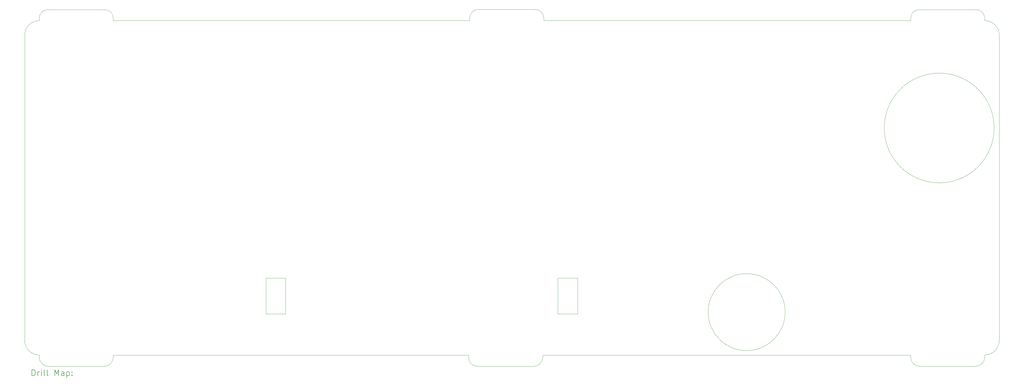
<source format=gbr>
%TF.GenerationSoftware,KiCad,Pcbnew,7.0.6*%
%TF.CreationDate,2023-09-10T15:30:53-07:00*%
%TF.ProjectId,top plate,746f7020-706c-4617-9465-2e6b69636164,rev?*%
%TF.SameCoordinates,Original*%
%TF.FileFunction,Drillmap*%
%TF.FilePolarity,Positive*%
%FSLAX45Y45*%
G04 Gerber Fmt 4.5, Leading zero omitted, Abs format (unit mm)*
G04 Created by KiCad (PCBNEW 7.0.6) date 2023-09-10 15:30:53*
%MOMM*%
%LPD*%
G01*
G04 APERTURE LIST*
%ADD10C,0.100000*%
%ADD11C,0.200000*%
G04 APERTURE END LIST*
D10*
X30314067Y-13300831D02*
X32250413Y-13300831D01*
X17805936Y-13605874D02*
G75*
G03*
X17505943Y-13305874I-299996J5D01*
G01*
D11*
X14769597Y-13995523D02*
G75*
G03*
X14769597Y-13995523I0J0D01*
G01*
D10*
X32550409Y-13600831D02*
G75*
G03*
X32250413Y-13300831I-299999J1D01*
G01*
X15269597Y-25152154D02*
X15269597Y-25231921D01*
X14769606Y-24652154D02*
G75*
G03*
X15269597Y-25152154I499994J-6D01*
G01*
X30314067Y-13300827D02*
G75*
G03*
X30014067Y-13600831I3J-300003D01*
G01*
X40820570Y-23679495D02*
G75*
G03*
X40820570Y-23679495I-1319493J0D01*
G01*
X29977991Y-25158234D02*
X17805943Y-25152154D01*
X30014067Y-13680597D02*
X17805943Y-13685641D01*
X32550413Y-13680597D02*
X45118251Y-13685641D01*
X17505943Y-25531923D02*
G75*
G03*
X17805943Y-25231921I-3J300003D01*
G01*
X47654597Y-13605874D02*
X47654597Y-13685641D01*
X29977991Y-25158234D02*
X29977991Y-25238000D01*
X45118251Y-13685641D02*
X45118251Y-13605874D01*
X15569597Y-13305874D02*
X17505943Y-13305874D01*
X45418251Y-13305881D02*
G75*
G03*
X45118251Y-13605874I-11J-299989D01*
G01*
X15569597Y-13305867D02*
G75*
G03*
X15269597Y-13605874I-7J-299993D01*
G01*
X17805943Y-25152154D02*
X17805943Y-25231921D01*
X14769597Y-24652154D02*
X14769597Y-14185641D01*
X29977990Y-25238000D02*
G75*
G03*
X30277991Y-25538000I300000J0D01*
G01*
X47354597Y-25531917D02*
G75*
G03*
X47654597Y-25231921I3J299997D01*
G01*
X45118251Y-25152154D02*
X45118251Y-25231921D01*
X45418251Y-25531921D02*
X47354597Y-25531921D01*
D11*
X14769597Y-24520523D02*
G75*
G03*
X14769597Y-24520523I0J0D01*
G01*
X48154597Y-13995523D02*
G75*
G03*
X48154597Y-13995523I0J0D01*
G01*
D10*
X32550413Y-13600831D02*
X32550413Y-13680597D01*
X47978685Y-17367477D02*
G75*
G03*
X47978685Y-17367477I-1881356J0D01*
G01*
D11*
X48154597Y-24520523D02*
G75*
G03*
X48154597Y-24520523I0J0D01*
G01*
D10*
X45118251Y-25152154D02*
X32514337Y-25158234D01*
X45118249Y-25231921D02*
G75*
G03*
X45418251Y-25531921I300001J1D01*
G01*
X15569597Y-25531921D02*
X17505943Y-25531921D01*
X30014067Y-13680597D02*
X30014067Y-13600831D01*
X48154597Y-14185641D02*
X48154597Y-24652154D01*
X32214337Y-25537997D02*
G75*
G03*
X32514337Y-25238000I3J299997D01*
G01*
X17805943Y-13605874D02*
X17805943Y-13685641D01*
X47654595Y-13605874D02*
G75*
G03*
X47354597Y-13305874I-299996J5D01*
G01*
X47654597Y-25231921D02*
X47654597Y-25152154D01*
X47654597Y-25152157D02*
G75*
G03*
X48154597Y-24652154I-7J500007D01*
G01*
X15269599Y-25231921D02*
G75*
G03*
X15569597Y-25531921I300001J1D01*
G01*
X33033259Y-22515391D02*
X33708391Y-22515391D01*
X33708391Y-23744504D01*
X33033259Y-23744504D01*
X33033259Y-22515391D01*
X45418251Y-13305874D02*
X47354597Y-13305874D01*
X23033189Y-22517153D02*
X23706593Y-22517153D01*
X23706593Y-23744519D01*
X23033189Y-23744519D01*
X23033189Y-22517153D01*
X15269597Y-13685641D02*
X15269597Y-13605874D01*
X32514337Y-25238000D02*
X32514337Y-25158234D01*
X30277991Y-25538000D02*
X32214337Y-25538000D01*
X15269597Y-13685647D02*
G75*
G03*
X14769597Y-14185641I-7J-499993D01*
G01*
X48154599Y-14185641D02*
G75*
G03*
X47654597Y-13685641I-499999J1D01*
G01*
D11*
X15020373Y-25854484D02*
X15020373Y-25654484D01*
X15020373Y-25654484D02*
X15067992Y-25654484D01*
X15067992Y-25654484D02*
X15096564Y-25664008D01*
X15096564Y-25664008D02*
X15115612Y-25683055D01*
X15115612Y-25683055D02*
X15125135Y-25702103D01*
X15125135Y-25702103D02*
X15134659Y-25740198D01*
X15134659Y-25740198D02*
X15134659Y-25768770D01*
X15134659Y-25768770D02*
X15125135Y-25806865D01*
X15125135Y-25806865D02*
X15115612Y-25825912D01*
X15115612Y-25825912D02*
X15096564Y-25844960D01*
X15096564Y-25844960D02*
X15067992Y-25854484D01*
X15067992Y-25854484D02*
X15020373Y-25854484D01*
X15220373Y-25854484D02*
X15220373Y-25721150D01*
X15220373Y-25759246D02*
X15229897Y-25740198D01*
X15229897Y-25740198D02*
X15239421Y-25730674D01*
X15239421Y-25730674D02*
X15258469Y-25721150D01*
X15258469Y-25721150D02*
X15277516Y-25721150D01*
X15344183Y-25854484D02*
X15344183Y-25721150D01*
X15344183Y-25654484D02*
X15334659Y-25664008D01*
X15334659Y-25664008D02*
X15344183Y-25673531D01*
X15344183Y-25673531D02*
X15353707Y-25664008D01*
X15353707Y-25664008D02*
X15344183Y-25654484D01*
X15344183Y-25654484D02*
X15344183Y-25673531D01*
X15467992Y-25854484D02*
X15448945Y-25844960D01*
X15448945Y-25844960D02*
X15439421Y-25825912D01*
X15439421Y-25825912D02*
X15439421Y-25654484D01*
X15572754Y-25854484D02*
X15553707Y-25844960D01*
X15553707Y-25844960D02*
X15544183Y-25825912D01*
X15544183Y-25825912D02*
X15544183Y-25654484D01*
X15801326Y-25854484D02*
X15801326Y-25654484D01*
X15801326Y-25654484D02*
X15867993Y-25797341D01*
X15867993Y-25797341D02*
X15934659Y-25654484D01*
X15934659Y-25654484D02*
X15934659Y-25854484D01*
X16115612Y-25854484D02*
X16115612Y-25749722D01*
X16115612Y-25749722D02*
X16106088Y-25730674D01*
X16106088Y-25730674D02*
X16087040Y-25721150D01*
X16087040Y-25721150D02*
X16048945Y-25721150D01*
X16048945Y-25721150D02*
X16029897Y-25730674D01*
X16115612Y-25844960D02*
X16096564Y-25854484D01*
X16096564Y-25854484D02*
X16048945Y-25854484D01*
X16048945Y-25854484D02*
X16029897Y-25844960D01*
X16029897Y-25844960D02*
X16020373Y-25825912D01*
X16020373Y-25825912D02*
X16020373Y-25806865D01*
X16020373Y-25806865D02*
X16029897Y-25787817D01*
X16029897Y-25787817D02*
X16048945Y-25778293D01*
X16048945Y-25778293D02*
X16096564Y-25778293D01*
X16096564Y-25778293D02*
X16115612Y-25768770D01*
X16210850Y-25721150D02*
X16210850Y-25921150D01*
X16210850Y-25730674D02*
X16229897Y-25721150D01*
X16229897Y-25721150D02*
X16267993Y-25721150D01*
X16267993Y-25721150D02*
X16287040Y-25730674D01*
X16287040Y-25730674D02*
X16296564Y-25740198D01*
X16296564Y-25740198D02*
X16306088Y-25759246D01*
X16306088Y-25759246D02*
X16306088Y-25816389D01*
X16306088Y-25816389D02*
X16296564Y-25835436D01*
X16296564Y-25835436D02*
X16287040Y-25844960D01*
X16287040Y-25844960D02*
X16267993Y-25854484D01*
X16267993Y-25854484D02*
X16229897Y-25854484D01*
X16229897Y-25854484D02*
X16210850Y-25844960D01*
X16391802Y-25835436D02*
X16401326Y-25844960D01*
X16401326Y-25844960D02*
X16391802Y-25854484D01*
X16391802Y-25854484D02*
X16382278Y-25844960D01*
X16382278Y-25844960D02*
X16391802Y-25835436D01*
X16391802Y-25835436D02*
X16391802Y-25854484D01*
X16391802Y-25730674D02*
X16401326Y-25740198D01*
X16401326Y-25740198D02*
X16391802Y-25749722D01*
X16391802Y-25749722D02*
X16382278Y-25740198D01*
X16382278Y-25740198D02*
X16391802Y-25730674D01*
X16391802Y-25730674D02*
X16391802Y-25749722D01*
M02*

</source>
